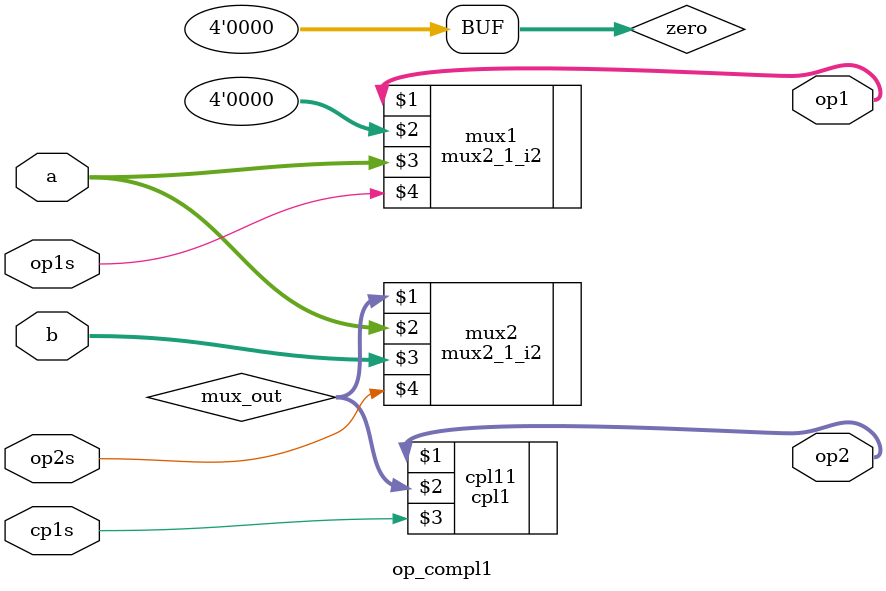
<source format=v>
module op_compl1(output wire[3:0] op1, op2, input wire[3:0] a, b, input wire op1s, op2s, cp1s);
reg[3:0] zero = 4'b0000;
wire[3:0] mux_out;
mux2_1_i2 mux1(op1, zero, a, op1s);
mux2_1_i2 mux2(mux_out, a, b, op2s);
cpl1 cpl11(op2, mux_out, cp1s);
endmodule

</source>
